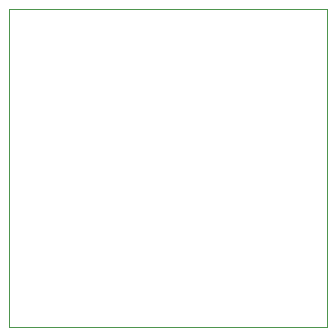
<source format=gbr>
%TF.GenerationSoftware,KiCad,Pcbnew,(6.0.5)*%
%TF.CreationDate,2022-10-07T13:32:44+01:00*%
%TF.ProjectId,IBBC_0001,49424243-5f30-4303-9031-2e6b69636164,rev?*%
%TF.SameCoordinates,Original*%
%TF.FileFunction,Profile,NP*%
%FSLAX46Y46*%
G04 Gerber Fmt 4.6, Leading zero omitted, Abs format (unit mm)*
G04 Created by KiCad (PCBNEW (6.0.5)) date 2022-10-07 13:32:44*
%MOMM*%
%LPD*%
G01*
G04 APERTURE LIST*
%TA.AperFunction,Profile*%
%ADD10C,0.100000*%
%TD*%
G04 APERTURE END LIST*
D10*
X-13500000Y-13500000D02*
X-13500000Y13500000D01*
X13500000Y-13500000D02*
X-13500000Y-13500000D01*
X13500000Y13500000D02*
X13500000Y-13500000D01*
X-13500000Y13500000D02*
X13500000Y13500000D01*
M02*

</source>
